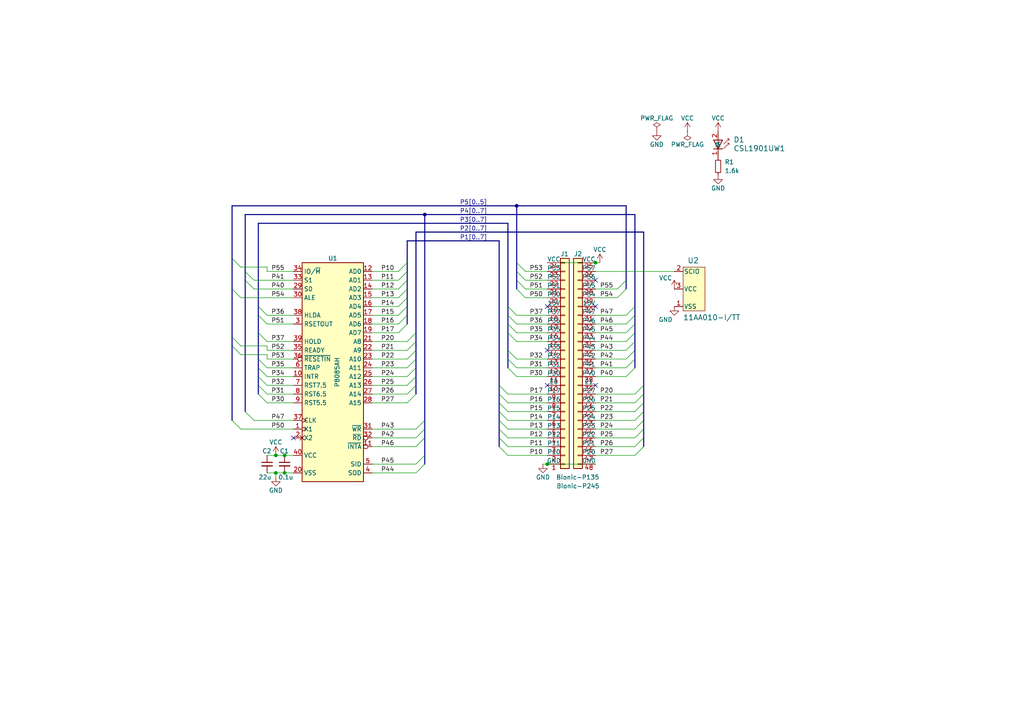
<source format=kicad_sch>
(kicad_sch (version 20230121) (generator eeschema)
  (paper "A4")
  (title_block (title "BionicP8085") (date "2024-10-25") (rev "5") (company "Tadashi G. Takaoka"))
  (lib_symbols
    (symbol "0-LocalLibrary:11AA010-I_TT" (pin_names (offset 0.254))
      (property "Reference" "U" (at 2.54 1.27 0))
      (property "Value" "11AA010-I/TT" (at 3.81 -13.97 0))
      (symbol "11AA010-I_TT_1_1"
        (rectangle (start 0 0) (end 6.35 -12.7) (fill (type background)))
        (pin power_in line (at -2.54 -11.43 0) (length 2.54) (name "VSS") (number "1"))
        (pin bidirectional line (at -2.54 -1.27 0) (length 2.54) (name "SCIO") (number "2"))
        (pin power_in line (at -2.54 -6.35 0) (length 2.54) (name "VCC") (number "3"))
      )
    )
    (symbol "0-LocalLibrary:Bionic-P135" (pin_names (offset 0))
      (property "Reference" "J" (at 0 30.48 0))
      (property "Value" "Bionic-P135" (at -1.27 -33.02 0))
      (symbol "Bionic-P135_1_1"
        (rectangle (start 0 -30.353) (end -1.27 -30.607) (stroke (width 0.1524)))
        (rectangle (start 0 -27.813) (end -1.27 -28.067) (stroke (width 0.1524)))
        (rectangle (start 0 -25.273) (end -1.27 -25.527) (stroke (width 0.1524)))
        (rectangle (start 0 -22.733) (end -1.27 -22.987) (stroke (width 0.1524)))
        (rectangle (start 0 -20.193) (end -1.27 -20.447) (stroke (width 0.1524)))
        (rectangle (start 0 -17.653) (end -1.27 -17.907) (stroke (width 0.1524)))
        (rectangle (start 0 -15.113) (end -1.27 -15.367) (stroke (width 0.1524)))
        (rectangle (start 0 -12.573) (end -1.27 -12.827) (stroke (width 0.1524)))
        (rectangle (start 0 -10.033) (end -1.27 -10.287) (stroke (width 0.1524)))
        (rectangle (start 0 -7.493) (end -1.27 -7.747) (stroke (width 0.1524)))
        (rectangle (start 0 -4.953) (end -1.27 -5.207) (stroke (width 0.1524)))
        (rectangle (start 0 -2.413) (end -1.27 -2.667) (stroke (width 0.1524)))
        (rectangle (start 0 0.127) (end -1.27 -0.127) (stroke (width 0.1524)))
        (rectangle (start 0 2.667) (end -1.27 2.413) (stroke (width 0.1524)))
        (rectangle (start 0 5.207) (end -1.27 4.953) (stroke (width 0.1524)))
        (rectangle (start 0 7.747) (end -1.27 7.493) (stroke (width 0.1524)))
        (rectangle (start 0 10.287) (end -1.27 10.033) (stroke (width 0.1524)))
        (rectangle (start 0 12.827) (end -1.27 12.573) (stroke (width 0.1524)))
        (rectangle (start 0 15.367) (end -1.27 15.113) (stroke (width 0.1524)))
        (rectangle (start 0 17.907) (end -1.27 17.653) (stroke (width 0.1524)))
        (rectangle (start 0 20.447) (end -1.27 20.193) (stroke (width 0.1524)))
        (rectangle (start 0 22.987) (end -1.27 22.733) (stroke (width 0.1524)))
        (rectangle (start 0 25.527) (end -1.27 25.273) (stroke (width 0.1524)))
        (rectangle (start 0 28.067) (end -1.27 27.813) (stroke (width 0.1524)))
        (rectangle (start 1.27 29.21) (end -1.27 -31.75) (stroke (width 0.254)) (fill (type background)))
        (pin power_in line (at -5.08 -30.48 0) (length 3.81) (name "GND") (number "1"))
        (pin bidirectional line (at -5.08 -7.62 0) (length 3.81) (name "E0") (number "10"))
        (pin bidirectional line (at -5.08 -5.08 0) (length 3.81) (name "P30") (number "11"))
        (pin bidirectional line (at -5.08 -2.54 0) (length 3.81) (name "P31") (number "12"))
        (pin bidirectional line (at -5.08 0 0) (length 3.81) (name "P32") (number "13"))
        (pin bidirectional line (at -5.08 2.54 0) (length 3.81) (name "P33") (number "14"))
        (pin bidirectional line (at -5.08 5.08 0) (length 3.81) (name "P34") (number "15"))
        (pin bidirectional line (at -5.08 7.62 0) (length 3.81) (name "P35") (number "16"))
        (pin bidirectional line (at -5.08 10.16 0) (length 3.81) (name "P36") (number "17"))
        (pin bidirectional line (at -5.08 12.7 0) (length 3.81) (name "P37") (number "18"))
        (pin power_in line (at -5.08 15.24 0) (length 3.81) (name "15V") (number "19"))
        (pin bidirectional line (at -5.08 -27.94 0) (length 3.81) (name "P10") (number "2"))
        (pin bidirectional line (at -5.08 17.78 0) (length 3.81) (name "P50") (number "20"))
        (pin bidirectional line (at -5.08 20.32 0) (length 3.81) (name "P51") (number "21"))
        (pin bidirectional line (at -5.08 22.86 0) (length 3.81) (name "P52") (number "22"))
        (pin bidirectional line (at -5.08 25.4 0) (length 3.81) (name "P53") (number "23"))
        (pin power_in line (at -5.08 27.94 0) (length 3.81) (name "VCC") (number "24"))
        (pin bidirectional line (at -5.08 -25.4 0) (length 3.81) (name "P11") (number "3"))
        (pin bidirectional line (at -5.08 -22.86 0) (length 3.81) (name "P12") (number "4"))
        (pin bidirectional line (at -5.08 -20.32 0) (length 3.81) (name "P13") (number "5"))
        (pin bidirectional line (at -5.08 -17.78 0) (length 3.81) (name "P14") (number "6"))
        (pin bidirectional line (at -5.08 -15.24 0) (length 3.81) (name "P15") (number "7"))
        (pin bidirectional line (at -5.08 -12.7 0) (length 3.81) (name "P16") (number "8"))
        (pin bidirectional line (at -5.08 -10.16 0) (length 3.81) (name "P17") (number "9"))
      )
    )
    (symbol "0-LocalLibrary:Bionic-P245" (pin_names (offset 0))
      (property "Reference" "J" (at -3.81 30.48 0))
      (property "Value" "Bionic-P245" (at -1.27 -33.02 0))
      (symbol "Bionic-P245_1_1"
        (rectangle (start -2.54 -30.607) (end -3.81 -30.353) (stroke (width 0.1524)))
        (rectangle (start -2.54 -28.067) (end -3.81 -27.813) (stroke (width 0.1524)))
        (rectangle (start -2.54 -25.527) (end -3.81 -25.273) (stroke (width 0.1524)))
        (rectangle (start -2.54 -22.987) (end -3.81 -22.733) (stroke (width 0.1524)))
        (rectangle (start -2.54 -20.447) (end -3.81 -20.193) (stroke (width 0.1524)))
        (rectangle (start -2.54 -17.907) (end -3.81 -17.653) (stroke (width 0.1524)))
        (rectangle (start -2.54 -15.367) (end -3.81 -15.113) (stroke (width 0.1524)))
        (rectangle (start -2.54 -12.827) (end -3.81 -12.573) (stroke (width 0.1524)))
        (rectangle (start -2.54 -10.287) (end -3.81 -10.033) (stroke (width 0.1524)))
        (rectangle (start -2.54 -7.747) (end -3.81 -7.493) (stroke (width 0.1524)))
        (rectangle (start -2.54 -5.207) (end -3.81 -4.953) (stroke (width 0.1524)))
        (rectangle (start -2.54 -2.667) (end -3.81 -2.413) (stroke (width 0.1524)))
        (rectangle (start -2.54 -0.127) (end -3.81 0.127) (stroke (width 0.1524)))
        (rectangle (start -2.54 2.413) (end -3.81 2.667) (stroke (width 0.1524)))
        (rectangle (start -2.54 4.953) (end -3.81 5.207) (stroke (width 0.1524)))
        (rectangle (start -2.54 7.493) (end -3.81 7.747) (stroke (width 0.1524)))
        (rectangle (start -2.54 10.033) (end -3.81 10.287) (stroke (width 0.1524)))
        (rectangle (start -2.54 12.573) (end -3.81 12.827) (stroke (width 0.1524)))
        (rectangle (start -2.54 15.113) (end -3.81 15.367) (stroke (width 0.1524)))
        (rectangle (start -2.54 17.653) (end -3.81 17.907) (stroke (width 0.1524)))
        (rectangle (start -2.54 20.193) (end -3.81 20.447) (stroke (width 0.1524)))
        (rectangle (start -2.54 22.733) (end -3.81 22.987) (stroke (width 0.1524)))
        (rectangle (start -2.54 25.273) (end -3.81 25.527) (stroke (width 0.1524)))
        (rectangle (start -2.54 27.813) (end -3.81 28.067) (stroke (width 0.1524)))
        (rectangle (start -2.54 29.21) (end -5.08 -31.75) (stroke (width 0.254)) (fill (type background)))
        (pin power_in line (at 1.27 27.94 180) (length 3.81) (name "VCC") (number "25"))
        (pin bidirectional line (at 1.27 25.4 180) (length 3.81) (name "P57") (number "26"))
        (pin bidirectional line (at 1.27 22.86 180) (length 3.81) (name "P56") (number "27"))
        (pin bidirectional line (at 1.27 20.32 180) (length 3.81) (name "P55") (number "28"))
        (pin bidirectional line (at 1.27 17.78 180) (length 3.81) (name "P54") (number "29"))
        (pin power_in line (at 1.27 15.24 180) (length 3.81) (name "15V") (number "30"))
        (pin bidirectional line (at 1.27 12.7 180) (length 3.81) (name "P47") (number "31"))
        (pin bidirectional line (at 1.27 10.16 180) (length 3.81) (name "P46") (number "32"))
        (pin bidirectional line (at 1.27 7.62 180) (length 3.81) (name "P45") (number "33"))
        (pin bidirectional line (at 1.27 5.08 180) (length 3.81) (name "P44") (number "34"))
        (pin bidirectional line (at 1.27 2.54 180) (length 3.81) (name "P43") (number "35"))
        (pin bidirectional line (at 1.27 0 180) (length 3.81) (name "P42") (number "36"))
        (pin bidirectional line (at 1.27 -2.54 180) (length 3.81) (name "P41") (number "37"))
        (pin bidirectional line (at 1.27 -5.08 180) (length 3.81) (name "P40") (number "38"))
        (pin bidirectional line (at 1.27 -7.62 180) (length 3.81) (name "E1") (number "39"))
        (pin bidirectional line (at 1.27 -10.16 180) (length 3.81) (name "P27") (number "40"))
        (pin bidirectional line (at 1.27 -12.7 180) (length 3.81) (name "P26") (number "41"))
        (pin bidirectional line (at 1.27 -15.24 180) (length 3.81) (name "P25") (number "42"))
        (pin bidirectional line (at 1.27 -17.78 180) (length 3.81) (name "P24") (number "43"))
        (pin bidirectional line (at 1.27 -20.32 180) (length 3.81) (name "P23") (number "44"))
        (pin bidirectional line (at 1.27 -22.86 180) (length 3.81) (name "P22") (number "45"))
        (pin bidirectional line (at 1.27 -25.4 180) (length 3.81) (name "P21") (number "46"))
        (pin bidirectional line (at 1.27 -27.94 180) (length 3.81) (name "P20") (number "47"))
        (pin power_in line (at 1.27 -30.48 180) (length 3.81) (name "GND") (number "48"))
      )
    )
    (symbol "0-LocalLibrary:CSL1901UW1" (pin_names (offset 0.254))
      (property "Reference" "D" (at 3.81 -2.54 0))
      (property "Value" "CSL1901UW1" (at 3.81 -5.08 0))
      (symbol "CSL1901UW1_0_1"
        (polyline (pts (xy 2.159 3.175) (xy 2.667 3.175)))
        (polyline (pts (xy 2.54 0) (xy 5.08 0)))
        (polyline (pts (xy 5.08 1.27) (xy 5.08 -1.27)) (stroke (width 0.254)))
        (polyline (pts (xy 3.683 1.651) (xy 2.159 3.175) (xy 2.159 2.667)))
        (polyline (pts (xy 2.54 -1.27) (xy 5.08 0) (xy 2.54 1.27) (xy 2.54 -1.27)) (stroke (width 0.254)))
        (polyline (pts (xy 4.953 1.651) (xy 3.429 3.175) (xy 3.429 2.667) (xy 3.429 3.175) (xy 3.937 3.175)))
      )
      (symbol "CSL1901UW1_1_1"
        (pin passive line (at 7.62 0 180) (length 2.54) (name "K") (number "1"))
        (pin passive line (at 0 0 0) (length 2.54) (name "A") (number "2"))
      )
      (symbol "CSL1901UW1_1_2"
        (polyline (pts (xy -5.08 7.62) (xy -4.445 8.255)) (stroke (width 0.2032)))
        (polyline (pts (xy -5.08 8.255) (xy -5.08 7.62)) (stroke (width 0.2032)))
        (polyline (pts (xy -4.445 6.35) (xy -3.81 6.985)) (stroke (width 0.2032)))
        (polyline (pts (xy -4.445 8.255) (xy -5.08 8.255)) (stroke (width 0.2032)))
        (polyline (pts (xy -4.445 9.525) (xy -3.81 10.16)) (stroke (width 0.2032)))
        (polyline (pts (xy -4.445 10.16) (xy -4.445 9.525)) (stroke (width 0.2032)))
        (polyline (pts (xy -3.81 6.985) (xy -5.08 8.255)) (stroke (width 0.2032)))
        (polyline (pts (xy -3.81 8.255) (xy -3.175 8.89)) (stroke (width 0.2032)))
        (polyline (pts (xy -3.81 10.16) (xy -4.445 10.16)) (stroke (width 0.2032)))
        (polyline (pts (xy -3.175 5.08) (xy -4.445 6.35)) (stroke (width 0.2032)))
        (polyline (pts (xy -3.175 8.89) (xy -4.445 10.16)) (stroke (width 0.2032)))
        (polyline (pts (xy -2.54 6.985) (xy -3.81 8.255)) (stroke (width 0.2032)))
        (polyline (pts (xy -1.905 3.81) (xy 1.905 3.81)) (stroke (width 0.2032)))
        (polyline (pts (xy 0 2.54) (xy 0 3.4798)) (stroke (width 0.2032)))
        (polyline (pts (xy 0 3.175) (xy 0 3.81)) (stroke (width 0.2032)))
        (polyline (pts (xy 0 6.35) (xy -1.905 3.81)) (stroke (width 0.2032)))
        (polyline (pts (xy 0 6.35) (xy 0 7.62)) (stroke (width 0.2032)))
        (polyline (pts (xy 1.905 3.81) (xy 0 6.35)) (stroke (width 0.2032)))
        (polyline (pts (xy 1.905 6.35) (xy -1.905 6.35)) (stroke (width 0.2032)))
        (pin unspecified line (at 0 10.16 270) (length 2.54) (name "") (number "1"))
        (pin unspecified line (at 0 0 90) (length 2.54) (name "") (number "2"))
      )
    )
    (symbol "0-LocalLibrary:P8085AH"
      (property "Reference" "U" (at -1.27 31.75 0))
      (property "Value" "P8085AH" (at 0 -3.81 90))
      (symbol "P8085AH_0_1"
        (rectangle (start -8.89 -33.02) (end 8.89 30.48) (stroke (width 0.254)) (fill (type background)))
      )
      (symbol "P8085AH_1_1"
        (pin input clock (at -11.43 -17.78 0) (length 2.54) (name "X1") (number "1"))
        (pin input line (at -11.43 -2.54 0) (length 2.54) (name "INTR") (number "10"))
        (pin output inverted (at 11.43 -22.86 180) (length 2.54) (name "~{INTA}") (number "11"))
        (pin bidirectional line (at 11.43 27.94 180) (length 2.54) (name "AD0") (number "12"))
        (pin bidirectional line (at 11.43 25.4 180) (length 2.54) (name "AD1") (number "13"))
        (pin bidirectional line (at 11.43 22.86 180) (length 2.54) (name "AD2") (number "14"))
        (pin bidirectional line (at 11.43 20.32 180) (length 2.54) (name "AD3") (number "15"))
        (pin bidirectional line (at 11.43 17.78 180) (length 2.54) (name "AD4") (number "16"))
        (pin bidirectional line (at 11.43 15.24 180) (length 2.54) (name "AD5") (number "17"))
        (pin bidirectional line (at 11.43 12.7 180) (length 2.54) (name "AD6") (number "18"))
        (pin bidirectional line (at 11.43 10.16 180) (length 2.54) (name "AD7") (number "19"))
        (pin input non_logic (at -11.43 -20.32 0) (length 2.54) (name "X2") (number "2"))
        (pin power_in line (at -11.43 -30.48 0) (length 2.54) (name "VSS") (number "20"))
        (pin output line (at 11.43 7.62 180) (length 2.54) (name "A8") (number "21"))
        (pin output line (at 11.43 5.08 180) (length 2.54) (name "A9") (number "22"))
        (pin output line (at 11.43 2.54 180) (length 2.54) (name "A10") (number "23"))
        (pin output line (at 11.43 0 180) (length 2.54) (name "A11") (number "24"))
        (pin output line (at 11.43 -2.54 180) (length 2.54) (name "A12") (number "25"))
        (pin output line (at 11.43 -5.08 180) (length 2.54) (name "A13") (number "26"))
        (pin output line (at 11.43 -7.62 180) (length 2.54) (name "A14") (number "27"))
        (pin output line (at 11.43 -10.16 180) (length 2.54) (name "A15") (number "28"))
        (pin output line (at -11.43 22.86 0) (length 2.54) (name "S0") (number "29"))
        (pin output line (at -11.43 12.7 0) (length 2.54) (name "RSETOUT") (number "3"))
        (pin output line (at -11.43 20.32 0) (length 2.54) (name "ALE") (number "30"))
        (pin output line (at 11.43 -17.78 180) (length 2.54) (name "~{WR}") (number "31"))
        (pin output inverted (at 11.43 -20.32 180) (length 2.54) (name "~{RD}") (number "32"))
        (pin output line (at -11.43 25.4 0) (length 2.54) (name "S1") (number "33"))
        (pin output line (at -11.43 27.94 0) (length 2.54) (name "IO/~{M}") (number "34"))
        (pin input line (at -11.43 5.08 0) (length 2.54) (name "READY") (number "35"))
        (pin input inverted (at -11.43 2.54 0) (length 2.54) (name "~{RESETIN}") (number "36"))
        (pin output clock (at -11.43 -15.24 0) (length 2.54) (name "CLK") (number "37"))
        (pin output line (at -11.43 15.24 0) (length 2.54) (name "HLDA") (number "38"))
        (pin input line (at -11.43 7.62 0) (length 2.54) (name "HOLD") (number "39"))
        (pin output line (at 11.43 -30.48 180) (length 2.54) (name "SOD") (number "4"))
        (pin power_in line (at -11.43 -25.4 0) (length 2.54) (name "VCC") (number "40"))
        (pin input line (at 11.43 -27.94 180) (length 2.54) (name "SID") (number "5"))
        (pin input line (at -11.43 0 0) (length 2.54) (name "TRAP") (number "6"))
        (pin input line (at -11.43 -5.08 0) (length 2.54) (name "RST7.5") (number "7"))
        (pin input line (at -11.43 -7.62 0) (length 2.54) (name "RST6.5") (number "8"))
        (pin input line (at -11.43 -10.16 0) (length 2.54) (name "RST5.5") (number "9"))
      )
    )
    (symbol "Device:C_Small" (pin_numbers hide) (pin_names (offset 0.254) hide)
      (property "Reference" "C" (at 0.254 1.778 0))
      (property "Value" "C_Small" (at 0.254 -2.032 0))
      (symbol "C_Small_0_1"
        (polyline (pts (xy -1.524 -0.508) (xy 1.524 -0.508)) (stroke (width 0.3302)))
        (polyline (pts (xy -1.524 0.508) (xy 1.524 0.508)) (stroke (width 0.3048)))
      )
      (symbol "C_Small_1_1"
        (pin passive line (at 0 2.54 270) (length 2.032) (name "~") (number "1"))
        (pin passive line (at 0 -2.54 90) (length 2.032) (name "~") (number "2"))
      )
    )
    (symbol "Device:R_Small" (pin_numbers hide) (pin_names (offset 0.254) hide)
      (property "Reference" "R" (at 0.762 0.508 0))
      (property "Value" "R_Small" (at 0.762 -1.016 0))
      (symbol "R_Small_0_1"
        (rectangle (start -0.762 1.778) (end 0.762 -1.778) (stroke (width 0.2032)))
      )
      (symbol "R_Small_1_1"
        (pin passive line (at 0 2.54 270) (length 0.762) (name "~") (number "1"))
        (pin passive line (at 0 -2.54 90) (length 0.762) (name "~") (number "2"))
      )
    )
    (symbol "power:GND" (power) (pin_names (offset 0))
      (property "Value" "GND" (at 0 -3.81 0))
      (symbol "GND_0_1"
        (polyline (pts (xy 0 0) (xy 0 -1.27) (xy 1.27 -1.27) (xy 0 -2.54) (xy -1.27 -1.27) (xy 0 -1.27)))
      )
      (symbol "GND_1_1"
        (pin power_in line (at 0 0 270) (length 0) hide (name "GND") (number "1"))
      )
    )
    (symbol "power:PWR_FLAG" (power) (pin_numbers hide) (pin_names (offset 0) hide)
      (property "Value" "PWR_FLAG" (at 0 3.81 0))
      (symbol "PWR_FLAG_0_0"
        (pin power_out line (at 0 0 90) (length 0) (name "pwr") (number "1"))
      )
      (symbol "PWR_FLAG_0_1"
        (polyline (pts (xy 0 0) (xy 0 1.27) (xy -1.016 1.905) (xy 0 2.54) (xy 1.016 1.905) (xy 0 1.27)))
      )
    )
    (symbol "power:VCC" (power) (pin_names (offset 0))
      (property "Value" "VCC" (at 0 3.81 0))
      (symbol "VCC_0_1"
        (polyline (pts (xy -0.762 1.27) (xy 0 2.54)))
        (polyline (pts (xy 0 0) (xy 0 2.54)))
        (polyline (pts (xy 0 2.54) (xy 0.762 1.27)))
      )
      (symbol "VCC_1_1"
        (pin power_in line (at 0 0 90) (length 0) hide (name "VCC") (number "1"))
      )
    )
  )
  (junction (at 80.01 137.16))
  (junction (at 158.75 134.62))
  (junction (at 149.86 59.69))
  (junction (at 80.01 132.08))
  (junction (at 172.72 76.2))
  (junction (at 82.55 132.08))
  (junction (at 123.19 62.23))
  (junction (at 82.55 137.16))
  (no_connect (at 172.72 111.76))
  (no_connect (at 172.72 88.9))
  (no_connect (at 172.72 81.28))
  (no_connect (at 158.75 101.6))
  (no_connect (at 158.75 111.76))
  (no_connect (at 85.09 127))
  (no_connect (at 158.75 88.9))
  (bus_entry (at 67.31 74.93) (size 2.54 2.54))
  (bus_entry (at 179.07 83.82) (size 2.54 -2.54))
  (bus_entry (at 123.19 127) (size -2.54 2.54))
  (bus_entry (at 186.69 116.84) (size -2.54 2.54))
  (bus_entry (at 181.61 93.98) (size 2.54 -2.54))
  (bus_entry (at 149.86 99.06) (size -2.54 -2.54))
  (bus_entry (at 74.93 109.22) (size 2.54 2.54))
  (bus_entry (at 181.61 106.68) (size 2.54 -2.54))
  (bus_entry (at 181.61 104.14) (size 2.54 -2.54))
  (bus_entry (at 181.61 109.22) (size 2.54 -2.54))
  (bus_entry (at 67.31 121.92) (size 2.54 2.54))
  (bus_entry (at 181.61 99.06) (size 2.54 -2.54))
  (bus_entry (at 149.86 104.14) (size -2.54 -2.54))
  (bus_entry (at 74.93 106.68) (size 2.54 2.54))
  (bus_entry (at 71.12 78.74) (size 2.54 2.54))
  (bus_entry (at 123.19 121.92) (size -2.54 2.54))
  (bus_entry (at 186.69 129.54) (size -2.54 2.54))
  (bus_entry (at 147.32 119.38) (size -2.54 -2.54))
  (bus_entry (at 123.19 132.08) (size -2.54 2.54))
  (bus_entry (at 74.93 114.3) (size 2.54 2.54))
  (bus_entry (at 74.93 96.52) (size 2.54 2.54))
  (bus_entry (at 120.65 114.3) (size -2.54 2.54))
  (bus_entry (at 181.61 96.52) (size 2.54 -2.54))
  (bus_entry (at 149.86 106.68) (size -2.54 -2.54))
  (bus_entry (at 74.93 91.44) (size 2.54 2.54))
  (bus_entry (at 67.31 83.82) (size 2.54 2.54))
  (bus_entry (at 149.86 91.44) (size -2.54 -2.54))
  (bus_entry (at 181.61 91.44) (size 2.54 -2.54))
  (bus_entry (at 115.57 78.74) (size 2.54 -2.54))
  (bus_entry (at 120.65 99.06) (size -2.54 2.54))
  (bus_entry (at 123.19 134.62) (size -2.54 2.54))
  (bus_entry (at 179.07 86.36) (size 2.54 -2.54))
  (bus_entry (at 186.69 127) (size -2.54 2.54))
  (bus_entry (at 147.32 121.92) (size -2.54 -2.54))
  (bus_entry (at 123.19 124.46) (size -2.54 2.54))
  (bus_entry (at 71.12 81.28) (size 2.54 2.54))
  (bus_entry (at 152.4 86.36) (size -2.54 -2.54))
  (bus_entry (at 120.65 96.52) (size -2.54 2.54))
  (bus_entry (at 74.93 88.9) (size 2.54 2.54))
  (bus_entry (at 74.93 104.14) (size 2.54 2.54))
  (bus_entry (at 147.32 129.54) (size -2.54 -2.54))
  (bus_entry (at 186.69 114.3) (size -2.54 2.54))
  (bus_entry (at 186.69 121.92) (size -2.54 2.54))
  (bus_entry (at 120.65 111.76) (size -2.54 2.54))
  (bus_entry (at 149.86 93.98) (size -2.54 -2.54))
  (bus_entry (at 149.86 96.52) (size -2.54 -2.54))
  (bus_entry (at 71.12 119.38) (size 2.54 2.54))
  (bus_entry (at 147.32 124.46) (size -2.54 -2.54))
  (bus_entry (at 147.32 127) (size -2.54 -2.54))
  (bus_entry (at 67.31 100.33) (size 2.54 2.54))
  (bus_entry (at 120.65 106.68) (size -2.54 2.54))
  (bus_entry (at 147.32 114.3) (size -2.54 -2.54))
  (bus_entry (at 186.69 111.76) (size -2.54 2.54))
  (bus_entry (at 120.65 101.6) (size -2.54 2.54))
  (bus_entry (at 115.57 96.52) (size 2.54 -2.54))
  (bus_entry (at 149.86 81.28) (size 2.54 2.54))
  (bus_entry (at 120.65 109.22) (size -2.54 2.54))
  (bus_entry (at 115.57 93.98) (size 2.54 -2.54))
  (bus_entry (at 120.65 104.14) (size -2.54 2.54))
  (bus_entry (at 115.57 91.44) (size 2.54 -2.54))
  (bus_entry (at 147.32 116.84) (size -2.54 -2.54))
  (bus_entry (at 115.57 88.9) (size 2.54 -2.54))
  (bus_entry (at 115.57 83.82) (size 2.54 -2.54))
  (bus_entry (at 115.57 81.28) (size 2.54 -2.54))
  (bus_entry (at 152.4 78.74) (size -2.54 -2.54))
  (bus_entry (at 181.61 101.6) (size 2.54 -2.54))
  (bus_entry (at 149.86 78.74) (size 2.54 2.54))
  (bus_entry (at 147.32 132.08) (size -2.54 -2.54))
  (bus_entry (at 67.31 97.79) (size 2.54 2.54))
  (bus_entry (at 186.69 124.46) (size -2.54 2.54))
  (bus_entry (at 186.69 119.38) (size -2.54 2.54))
  (bus_entry (at 115.57 86.36) (size 2.54 -2.54))
  (bus_entry (at 74.93 111.76) (size 2.54 2.54))
  (bus_entry (at 149.86 109.22) (size -2.54 -2.54))
  (wire (pts (xy 107.95 111.76) (xy 118.11 111.76)))
  (wire (pts (xy 77.47 93.98) (xy 85.09 93.98)))
  (bus (pts (xy 74.93 114.3) (xy 74.93 111.76)))
  (wire (pts (xy 77.47 101.6) (xy 85.09 101.6)))
  (bus (pts (xy 74.93 111.76) (xy 74.93 109.22)))
  (wire (pts (xy 172.72 99.06) (xy 181.61 99.06)))
  (wire (pts (xy 152.4 78.74) (xy 158.75 78.74)))
  (bus (pts (xy 74.93 96.52) (xy 74.93 91.44)))
  (bus (pts (xy 123.19 121.92) (xy 123.19 124.46)))
  (bus (pts (xy 74.93 104.14) (xy 74.93 96.52)))
  (bus (pts (xy 144.78 116.84) (xy 144.78 119.38)))
  (wire (pts (xy 147.32 132.08) (xy 158.75 132.08)))
  (wire (pts (xy 107.95 106.68) (xy 118.11 106.68)))
  (wire (pts (xy 77.47 78.74) (xy 85.09 78.74)))
  (bus (pts (xy 118.11 76.2) (xy 118.11 69.85)))
  (bus (pts (xy 147.32 93.98) (xy 147.32 91.44)))
  (wire (pts (xy 107.95 116.84) (xy 118.11 116.84)))
  (wire (pts (xy 69.85 86.36) (xy 85.09 86.36)))
  (wire (pts (xy 147.32 114.3) (xy 158.75 114.3)))
  (wire (pts (xy 77.47 102.87) (xy 77.47 104.14)))
  (bus (pts (xy 147.32 101.6) (xy 147.32 96.52)))
  (wire (pts (xy 77.47 99.06) (xy 85.09 99.06)))
  (wire (pts (xy 82.55 132.08) (xy 85.09 132.08)))
  (bus (pts (xy 186.69 114.3) (xy 186.69 116.84)))
  (bus (pts (xy 74.93 91.44) (xy 74.93 88.9)))
  (wire (pts (xy 157.48 134.62) (xy 158.75 134.62)))
  (wire (pts (xy 149.86 93.98) (xy 158.75 93.98)))
  (bus (pts (xy 123.19 62.23) (xy 184.15 62.23)))
  (bus (pts (xy 118.11 88.9) (xy 118.11 91.44)))
  (bus (pts (xy 120.65 67.31) (xy 186.69 67.31)))
  (wire (pts (xy 107.95 78.74) (xy 115.57 78.74)))
  (wire (pts (xy 173.99 76.2) (xy 172.72 76.2)))
  (wire (pts (xy 172.72 104.14) (xy 181.61 104.14)))
  (wire (pts (xy 69.85 100.33) (xy 77.47 100.33)))
  (bus (pts (xy 118.11 78.74) (xy 118.11 81.28)))
  (wire (pts (xy 149.86 106.68) (xy 158.75 106.68)))
  (bus (pts (xy 123.19 62.23) (xy 123.19 121.92)))
  (wire (pts (xy 172.72 124.46) (xy 184.15 124.46)))
  (bus (pts (xy 74.93 109.22) (xy 74.93 106.68)))
  (bus (pts (xy 184.15 88.9) (xy 184.15 62.23)))
  (bus (pts (xy 147.32 96.52) (xy 147.32 93.98)))
  (bus (pts (xy 184.15 101.6) (xy 184.15 104.14)))
  (bus (pts (xy 118.11 91.44) (xy 118.11 93.98)))
  (wire (pts (xy 107.95 88.9) (xy 115.57 88.9)))
  (wire (pts (xy 77.47 91.44) (xy 85.09 91.44)))
  (bus (pts (xy 67.31 74.93) (xy 67.31 59.69)))
  (wire (pts (xy 107.95 134.62) (xy 120.65 134.62)))
  (wire (pts (xy 172.72 91.44) (xy 181.61 91.44)))
  (wire (pts (xy 77.47 132.08) (xy 80.01 132.08)))
  (wire (pts (xy 172.72 96.52) (xy 181.61 96.52)))
  (wire (pts (xy 149.86 91.44) (xy 158.75 91.44)))
  (bus (pts (xy 181.61 83.82) (xy 181.61 81.28)))
  (wire (pts (xy 147.32 129.54) (xy 158.75 129.54)))
  (bus (pts (xy 149.86 78.74) (xy 149.86 81.28)))
  (wire (pts (xy 172.72 83.82) (xy 179.07 83.82)))
  (wire (pts (xy 82.55 137.16) (xy 80.01 137.16)))
  (wire (pts (xy 158.75 76.2) (xy 172.72 76.2)))
  (wire (pts (xy 107.95 104.14) (xy 118.11 104.14)))
  (wire (pts (xy 172.72 114.3) (xy 184.15 114.3)))
  (bus (pts (xy 186.69 121.92) (xy 186.69 124.46)))
  (bus (pts (xy 186.69 124.46) (xy 186.69 127)))
  (bus (pts (xy 71.12 81.28) (xy 71.12 78.74)))
  (wire (pts (xy 77.47 106.68) (xy 85.09 106.68)))
  (wire (pts (xy 107.95 101.6) (xy 118.11 101.6)))
  (bus (pts (xy 120.65 106.68) (xy 120.65 109.22)))
  (bus (pts (xy 186.69 111.76) (xy 186.69 114.3)))
  (bus (pts (xy 181.61 59.69) (xy 181.61 81.28)))
  (bus (pts (xy 144.78 111.76) (xy 144.78 114.3)))
  (wire (pts (xy 152.4 86.36) (xy 158.75 86.36)))
  (bus (pts (xy 144.78 127) (xy 144.78 129.54)))
  (wire (pts (xy 107.95 86.36) (xy 115.57 86.36)))
  (bus (pts (xy 184.15 99.06) (xy 184.15 101.6)))
  (wire (pts (xy 69.85 77.47) (xy 77.47 77.47)))
  (bus (pts (xy 144.78 119.38) (xy 144.78 121.92)))
  (bus (pts (xy 186.69 67.31) (xy 186.69 111.76)))
  (wire (pts (xy 77.47 100.33) (xy 77.47 101.6)))
  (bus (pts (xy 186.69 116.84) (xy 186.69 119.38)))
  (wire (pts (xy 172.72 109.22) (xy 181.61 109.22)))
  (bus (pts (xy 147.32 104.14) (xy 147.32 101.6)))
  (bus (pts (xy 144.78 121.92) (xy 144.78 124.46)))
  (bus (pts (xy 149.86 81.28) (xy 149.86 83.82)))
  (bus (pts (xy 123.19 127) (xy 123.19 132.08)))
  (bus (pts (xy 144.78 124.46) (xy 144.78 127)))
  (bus (pts (xy 67.31 121.92) (xy 67.31 100.33)))
  (bus (pts (xy 184.15 104.14) (xy 184.15 106.68)))
  (bus (pts (xy 147.32 88.9) (xy 147.32 91.44)))
  (wire (pts (xy 107.95 93.98) (xy 115.57 93.98)))
  (wire (pts (xy 73.66 83.82) (xy 85.09 83.82)))
  (bus (pts (xy 120.65 101.6) (xy 120.65 104.14)))
  (wire (pts (xy 152.4 81.28) (xy 158.75 81.28)))
  (wire (pts (xy 107.95 99.06) (xy 118.11 99.06)))
  (wire (pts (xy 147.32 121.92) (xy 158.75 121.92)))
  (wire (pts (xy 82.55 137.16) (xy 85.09 137.16)))
  (wire (pts (xy 77.47 77.47) (xy 77.47 78.74)))
  (wire (pts (xy 107.95 127) (xy 120.65 127)))
  (bus (pts (xy 186.69 127) (xy 186.69 129.54)))
  (bus (pts (xy 147.32 106.68) (xy 147.32 104.14)))
  (bus (pts (xy 144.78 69.85) (xy 144.78 111.76)))
  (bus (pts (xy 184.15 93.98) (xy 184.15 96.52)))
  (bus (pts (xy 71.12 62.23) (xy 123.19 62.23)))
  (wire (pts (xy 77.47 109.22) (xy 85.09 109.22)))
  (wire (pts (xy 80.01 138.43) (xy 80.01 137.16)))
  (bus (pts (xy 67.31 83.82) (xy 67.31 74.93)))
  (wire (pts (xy 69.85 102.87) (xy 77.47 102.87)))
  (bus (pts (xy 67.31 59.69) (xy 149.86 59.69)))
  (bus (pts (xy 120.65 109.22) (xy 120.65 111.76)))
  (wire (pts (xy 172.72 119.38) (xy 184.15 119.38)))
  (wire (pts (xy 149.86 109.22) (xy 158.75 109.22)))
  (wire (pts (xy 172.72 132.08) (xy 184.15 132.08)))
  (wire (pts (xy 172.72 116.84) (xy 184.15 116.84)))
  (wire (pts (xy 172.72 106.68) (xy 181.61 106.68)))
  (bus (pts (xy 184.15 88.9) (xy 184.15 91.44)))
  (bus (pts (xy 184.15 96.52) (xy 184.15 99.06)))
  (wire (pts (xy 82.55 132.08) (xy 80.01 132.08)))
  (wire (pts (xy 147.32 119.38) (xy 158.75 119.38)))
  (wire (pts (xy 107.95 129.54) (xy 120.65 129.54)))
  (bus (pts (xy 184.15 91.44) (xy 184.15 93.98)))
  (bus (pts (xy 67.31 97.79) (xy 67.31 83.82)))
  (bus (pts (xy 74.93 64.77) (xy 147.32 64.77)))
  (wire (pts (xy 172.72 129.54) (xy 184.15 129.54)))
  (bus (pts (xy 123.19 124.46) (xy 123.19 127)))
  (bus (pts (xy 71.12 119.38) (xy 71.12 81.28)))
  (wire (pts (xy 77.47 111.76) (xy 85.09 111.76)))
  (wire (pts (xy 77.47 114.3) (xy 85.09 114.3)))
  (bus (pts (xy 74.93 106.68) (xy 74.93 104.14)))
  (bus (pts (xy 144.78 114.3) (xy 144.78 116.84)))
  (wire (pts (xy 172.72 127) (xy 184.15 127)))
  (bus (pts (xy 118.11 86.36) (xy 118.11 88.9)))
  (wire (pts (xy 107.95 124.46) (xy 120.65 124.46)))
  (bus (pts (xy 67.31 100.33) (xy 67.31 97.79)))
  (wire (pts (xy 77.47 116.84) (xy 85.09 116.84)))
  (bus (pts (xy 118.11 69.85) (xy 144.78 69.85)))
  (bus (pts (xy 186.69 119.38) (xy 186.69 121.92)))
  (bus (pts (xy 118.11 81.28) (xy 118.11 83.82)))
  (wire (pts (xy 147.32 124.46) (xy 158.75 124.46)))
  (wire (pts (xy 107.95 81.28) (xy 115.57 81.28)))
  (bus (pts (xy 123.19 132.08) (xy 123.19 134.62)))
  (bus (pts (xy 120.65 67.31) (xy 120.65 96.52)))
  (bus (pts (xy 71.12 78.74) (xy 71.12 62.23)))
  (wire (pts (xy 147.32 116.84) (xy 158.75 116.84)))
  (wire (pts (xy 107.95 137.16) (xy 120.65 137.16)))
  (wire (pts (xy 107.95 91.44) (xy 115.57 91.44)))
  (bus (pts (xy 149.86 76.2) (xy 149.86 78.74)))
  (wire (pts (xy 107.95 109.22) (xy 118.11 109.22)))
  (bus (pts (xy 118.11 83.82) (xy 118.11 86.36)))
  (wire (pts (xy 73.66 81.28) (xy 85.09 81.28)))
  (wire (pts (xy 149.86 104.14) (xy 158.75 104.14)))
  (wire (pts (xy 158.75 134.62) (xy 172.72 134.62)))
  (wire (pts (xy 172.72 101.6) (xy 181.61 101.6)))
  (wire (pts (xy 107.95 114.3) (xy 118.11 114.3)))
  (bus (pts (xy 120.65 96.52) (xy 120.65 99.06)))
  (wire (pts (xy 172.72 121.92) (xy 184.15 121.92)))
  (bus (pts (xy 74.93 88.9) (xy 74.93 64.77)))
  (wire (pts (xy 149.86 99.06) (xy 158.75 99.06)))
  (wire (pts (xy 147.32 127) (xy 158.75 127)))
  (wire (pts (xy 77.47 104.14) (xy 85.09 104.14)))
  (wire (pts (xy 69.85 124.46) (xy 85.09 124.46)))
  (bus (pts (xy 118.11 76.2) (xy 118.11 78.74)))
  (wire (pts (xy 107.95 96.52) (xy 115.57 96.52)))
  (bus (pts (xy 120.65 111.76) (xy 120.65 114.3)))
  (wire (pts (xy 107.95 83.82) (xy 115.57 83.82)))
  (wire (pts (xy 172.72 93.98) (xy 181.61 93.98)))
  (bus (pts (xy 149.86 59.69) (xy 149.86 76.2)))
  (wire (pts (xy 172.72 86.36) (xy 179.07 86.36)))
  (wire (pts (xy 77.47 137.16) (xy 80.01 137.16)))
  (wire (pts (xy 172.72 78.74) (xy 195.58 78.74)))
  (wire (pts (xy 152.4 83.82) (xy 158.75 83.82)))
  (bus (pts (xy 149.86 59.69) (xy 181.61 59.69)))
  (bus (pts (xy 120.65 99.06) (xy 120.65 101.6)))
  (bus (pts (xy 120.65 104.14) (xy 120.65 106.68)))
  (wire (pts (xy 73.66 121.92) (xy 85.09 121.92)))
  (bus (pts (xy 147.32 64.77) (xy 147.32 88.9)))
  (wire (pts (xy 149.86 96.52) (xy 158.75 96.52)))
  (label "P40" (at 82.55 83.82 180))
  (label "P44" (at 110.49 137.16 0))
  (label "P55" (at 173.99 83.82 0))
  (label "P16" (at 110.49 93.98 0))
  (label "P51" (at 157.48 83.82 180))
  (label "P13" (at 110.49 86.36 0))
  (label "P46" (at 173.99 93.98 0))
  (label "P15" (at 110.49 91.44 0))
  (label "P54" (at 82.55 86.36 180))
  (label "P24" (at 173.99 124.46 0))
  (label "P41" (at 82.55 81.28 180))
  (label "P30" (at 157.48 109.22 180))
  (label "P47" (at 82.55 121.92 180))
  (label "P50" (at 82.55 124.46 180))
  (label "P31" (at 157.48 106.68 180))
  (label "P22" (at 110.49 104.14 0))
  (label "P3[0..7]" (at 133.35 64.77 0))
  (label "P26" (at 173.99 129.54 0))
  (label "P17" (at 110.49 96.52 0))
  (label "P45" (at 110.49 134.62 0))
  (label "P10" (at 157.48 132.08 180))
  (label "P37" (at 82.55 99.06 180))
  (label "P35" (at 82.55 106.68 180))
  (label "P14" (at 110.49 88.9 0))
  (label "P32" (at 157.48 104.14 180))
  (label "P55" (at 82.55 78.74 180))
  (label "P44" (at 173.99 99.06 0))
  (label "P31" (at 82.55 114.3 180))
  (label "P11" (at 157.48 129.54 180))
  (label "P26" (at 110.49 114.3 0))
  (label "P25" (at 173.99 127 0))
  (label "P15" (at 157.48 119.38 180))
  (label "P46" (at 110.49 129.54 0))
  (label "P13" (at 157.48 124.46 180))
  (label "P22" (at 173.99 119.38 0))
  (label "P1[0..7]" (at 133.35 69.85 0))
  (label "P35" (at 157.48 96.52 180))
  (label "P36" (at 82.55 91.44 180))
  (label "P50" (at 157.48 86.36 180))
  (label "P17" (at 157.48 114.3 180))
  (label "P20" (at 110.49 99.06 0))
  (label "P23" (at 110.49 106.68 0))
  (label "P40" (at 173.99 109.22 0))
  (label "P10" (at 110.49 78.74 0))
  (label "P52" (at 157.48 81.28 180))
  (label "P5[0..5]" (at 133.35 59.69 0))
  (label "P54" (at 173.99 86.36 0))
  (label "P47" (at 173.99 91.44 0))
  (label "P51" (at 82.55 93.98 180))
  (label "P14" (at 157.48 121.92 180))
  (label "P21" (at 173.99 116.84 0))
  (label "P16" (at 157.48 116.84 180))
  (label "P36" (at 157.48 93.98 180))
  (label "P12" (at 157.48 127 180))
  (label "P2[0..7]" (at 133.35 67.31 0))
  (label "P41" (at 173.99 106.68 0))
  (label "P4[0..7]" (at 133.35 62.23 0))
  (label "P23" (at 173.99 121.92 0))
  (label "P34" (at 157.48 99.06 180))
  (label "P45" (at 173.99 96.52 0))
  (label "P53" (at 157.48 78.74 180))
  (label "P53" (at 82.55 104.14 180))
  (label "P43" (at 173.99 101.6 0))
  (label "P11" (at 110.49 81.28 0))
  (label "P34" (at 82.55 109.22 180))
  (label "P37" (at 157.48 91.44 180))
  (label "P32" (at 82.55 111.76 180))
  (label "P52" (at 82.55 101.6 180))
  (label "P42" (at 173.99 104.14 0))
  (label "P27" (at 173.99 132.08 0))
  (label "P25" (at 110.49 111.76 0))
  (label "P21" (at 110.49 101.6 0))
  (label "P30" (at 82.55 116.84 180))
  (label "P20" (at 173.99 114.3 0))
  (label "P27" (at 110.49 116.84 0))
  (label "P24" (at 110.49 109.22 0))
  (label "P12" (at 110.49 83.82 0))
  (label "P42" (at 110.49 127 0))
  (label "P43" (at 110.49 124.46 0))
  (symbol (lib_id "Device:C_Small") (at 82.55 134.62 0) (mirror y) (unit 1)
    (property "Reference" "C1" (at 83.82 130.81 0) (effects (justify left)))
    (property "Value" "0.1u" (at 85.09 138.43 0) (effects (justify left)))
    (property "Footprint" "Capacitor_SMD:C_0603_1608Metric_Pad1.08x0.95mm_HandSolder" (effects hide))
  )
  (symbol (lib_id "power:VCC") (at 208.28 38.1 0) (unit 1)
    (property "Reference" "#PWR07" (effects hide))
    (property "Value" "VCC" (at 208.28 34.29 0))
  )
  (symbol (lib_id "0-LocalLibrary:CSL1901UW1") (at 208.28 38.1 270) (unit 1)
    (property "Reference" "D1" (at 212.725 40.513 90) (effects (font (size 1.524 1.524)) (justify left)))
    (property "Value" "CSL1901UW1" (at 212.725 43.053 90) (effects (font (size 1.524 1.524)) (justify left)))
    (property "Footprint" "0-LocalLibrary:LED_CSL1901UW1_ROM" (effects hide))
    (property "Datasheet" "https://fscdn.rohm.com/en/products/databook/datasheet/opto/led/chip_mono/csl1901uw1-e.pdf" (effects hide))
  )
  (symbol (lib_id "power:GND") (at 195.58 88.9 0) (unit 1)
    (property "Reference" "#PWR08" (effects hide))
    (property "Value" "GND" (at 193.04 92.71 0))
  )
  (symbol (lib_id "power:VCC") (at 173.99 76.2 0) (unit 1)
    (property "Reference" "#PWR02" (effects hide))
    (property "Value" "VCC" (at 173.99 72.39 0))
  )
  (symbol (lib_id "0-LocalLibrary:Bionic-P245") (at 171.45 104.14 0) (unit 1)
    (property "Reference" "J2" (at 167.64 73.66 0))
    (property "Value" "Bionic-P245" (at 167.64 140.97 0))
    (property "Footprint" "connector:Bionic-P245_Vertical" (effects hide))
  )
  (symbol (lib_id "0-LocalLibrary:Bionic-P135") (at 163.83 104.14 0) (unit 1)
    (property "Reference" "J1" (at 162.56 73.66 0) (effects (justify left)))
    (property "Value" "Bionic-P135" (at 161.29 138.43 0) (effects (justify left)))
    (property "Footprint" "connector:Bionic-P135_Vertical" (effects hide))
  )
  (symbol (lib_id "power:VCC") (at 199.39 38.1 0) (unit 1)
    (property "Reference" "#PWR05" (effects hide))
    (property "Value" "VCC" (at 199.39 34.29 0))
  )
  (symbol (lib_id "Device:C_Small") (at 77.47 134.62 0) (mirror y) (unit 1)
    (property "Reference" "C2" (at 78.74 130.81 0) (effects (justify left)))
    (property "Value" "22u" (at 78.74 138.43 0) (effects (justify left)))
    (property "Footprint" "Capacitor_SMD:C_0603_1608Metric_Pad1.08x0.95mm_HandSolder" (effects hide))
  )
  (symbol (lib_id "0-LocalLibrary:P8085AH") (at 96.52 106.68 0) (unit 1)
    (property "Reference" "U1" (at 96.52 74.93 0))
    (property "Value" "P8085AH" (at 97.79 107.95 90))
    (property "Footprint" "0-LocalLibrary:DIP-40_W15.24mm_Socket" (effects hide))
    (property "Datasheet" "https://datasheetspdf.com/pdf-file/45011/IntelCorporation/8085AH/1" (effects hide))
  )
  (symbol (lib_id "0-LocalLibrary:11AA010-I_TT") (at 198.12 77.47 0) (unit 1)
    (property "Reference" "U2" (at 199.39 75.565 0) (effects (font (size 1.524 1.524)) (justify left)))
    (property "Value" "11AA010-I/TT" (at 198.12 92.075 0) (effects (font (size 1.524 1.524)) (justify left)))
    (property "Footprint" "0-LocalLibrary:SOT-23_MC_MCH-M" (effects hide))
    (property "Datasheet" "11AA010-I/TO" (effects hide))
  )
  (symbol (lib_id "power:GND") (at 157.48 134.62 0) (unit 1)
    (property "Reference" "#PWR01" (effects hide))
    (property "Value" "GND" (at 157.48 138.43 0))
  )
  (symbol (lib_id "power:GND") (at 208.28 50.8 0) (unit 1)
    (property "Reference" "#PWR010" (effects hide))
    (property "Value" "GND" (at 208.28 54.61 0))
  )
  (symbol (lib_id "power:PWR_FLAG") (at 199.39 38.1 0) (mirror x) (unit 1)
    (property "Reference" "#FLG02" (effects hide))
    (property "Value" "PWR_FLAG" (at 199.39 41.91 0))
  )
  (symbol (lib_id "power:GND") (at 190.5 38.1 0) (unit 1)
    (property "Reference" "#PWR09" (effects hide))
    (property "Value" "GND" (at 190.5 41.91 0))
  )
  (symbol (lib_id "power:GND") (at 80.01 138.43 0) (unit 1)
    (property "Reference" "#PWR03" (effects hide))
    (property "Value" "GND" (at 80.01 142.24 0))
  )
  (symbol (lib_id "power:VCC") (at 195.58 83.82 0) (unit 1)
    (property "Reference" "#PWR04" (effects hide))
    (property "Value" "VCC" (at 193.04 80.645 0))
  )
  (symbol (lib_id "power:PWR_FLAG") (at 190.5 38.1 0) (unit 1)
    (property "Reference" "#FLG01" (effects hide))
    (property "Value" "PWR_FLAG" (at 190.5 34.29 0))
  )
  (symbol (lib_id "power:VCC") (at 80.01 132.08 0) (unit 1)
    (property "Reference" "#PWR06" (effects hide))
    (property "Value" "VCC" (at 80.01 128.27 0))
  )
  (symbol (lib_id "Device:R_Small") (at 208.28 48.26 0) (unit 1)
    (property "Reference" "R1" (at 210.185 46.99 0) (effects (justify left)))
    (property "Value" "1.6k" (at 210.185 49.53 0) (effects (justify left)))
    (property "Footprint" "Resistor_SMD:R_0603_1608Metric_Pad0.98x0.95mm_HandSolder" (effects hide))
  )
)
</source>
